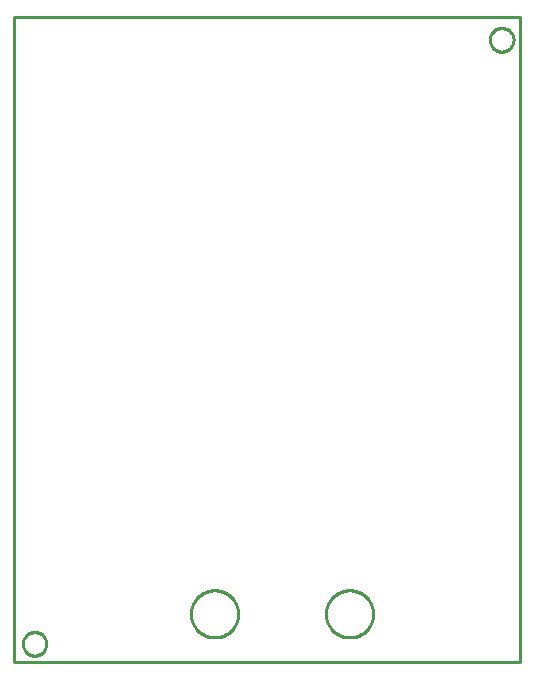
<source format=gbr>
G04 EAGLE Gerber RS-274X export*
G75*
%MOMM*%
%FSLAX34Y34*%
%LPD*%
%IN*%
%IPPOS*%
%AMOC8*
5,1,8,0,0,1.08239X$1,22.5*%
G01*
%ADD10C,0.254000*%


D10*
X165100Y101600D02*
X593600Y101600D01*
X593600Y647600D01*
X165100Y647600D01*
X165100Y101600D01*
X587850Y628213D02*
X587774Y627344D01*
X587622Y626484D01*
X587396Y625640D01*
X587098Y624820D01*
X586729Y624028D01*
X586292Y623272D01*
X585791Y622557D01*
X585230Y621888D01*
X584612Y621270D01*
X583943Y620709D01*
X583228Y620208D01*
X582472Y619771D01*
X581680Y619402D01*
X580860Y619104D01*
X580016Y618878D01*
X579157Y618726D01*
X578287Y618650D01*
X577413Y618650D01*
X576544Y618726D01*
X575684Y618878D01*
X574840Y619104D01*
X574020Y619402D01*
X573228Y619771D01*
X572472Y620208D01*
X571757Y620709D01*
X571088Y621270D01*
X570470Y621888D01*
X569909Y622557D01*
X569408Y623272D01*
X568971Y624028D01*
X568602Y624820D01*
X568304Y625640D01*
X568078Y626484D01*
X567926Y627344D01*
X567850Y628213D01*
X567850Y629087D01*
X567926Y629957D01*
X568078Y630816D01*
X568304Y631660D01*
X568602Y632480D01*
X568971Y633272D01*
X569408Y634028D01*
X569909Y634743D01*
X570470Y635412D01*
X571088Y636030D01*
X571757Y636591D01*
X572472Y637092D01*
X573228Y637529D01*
X574020Y637898D01*
X574840Y638196D01*
X575684Y638422D01*
X576544Y638574D01*
X577413Y638650D01*
X578287Y638650D01*
X579157Y638574D01*
X580016Y638422D01*
X580860Y638196D01*
X581680Y637898D01*
X582472Y637529D01*
X583228Y637092D01*
X583943Y636591D01*
X584612Y636030D01*
X585230Y635412D01*
X585791Y634743D01*
X586292Y634028D01*
X586729Y633272D01*
X587098Y632480D01*
X587396Y631660D01*
X587622Y630816D01*
X587774Y629957D01*
X587850Y629087D01*
X587850Y628213D01*
X192316Y116767D02*
X192240Y115897D01*
X192088Y115037D01*
X191862Y114193D01*
X191564Y113373D01*
X191195Y112581D01*
X190758Y111825D01*
X190257Y111110D01*
X189696Y110441D01*
X189078Y109823D01*
X188410Y109262D01*
X187694Y108761D01*
X186938Y108325D01*
X186147Y107956D01*
X185326Y107657D01*
X184483Y107431D01*
X183623Y107279D01*
X182753Y107203D01*
X181880Y107203D01*
X181010Y107279D01*
X180150Y107431D01*
X179306Y107657D01*
X178486Y107956D01*
X177694Y108325D01*
X176938Y108761D01*
X176223Y109262D01*
X175554Y109823D01*
X174936Y110441D01*
X174375Y111110D01*
X173874Y111825D01*
X173438Y112581D01*
X173069Y113373D01*
X172770Y114193D01*
X172544Y115037D01*
X172392Y115897D01*
X172316Y116767D01*
X172316Y117640D01*
X172392Y118510D01*
X172544Y119370D01*
X172770Y120213D01*
X173069Y121034D01*
X173438Y121825D01*
X173874Y122581D01*
X174375Y123297D01*
X174936Y123966D01*
X175554Y124583D01*
X176223Y125144D01*
X176938Y125645D01*
X177694Y126082D01*
X178486Y126451D01*
X179306Y126749D01*
X180150Y126975D01*
X181010Y127127D01*
X181880Y127203D01*
X182753Y127203D01*
X183623Y127127D01*
X184483Y126975D01*
X185326Y126749D01*
X186147Y126451D01*
X186938Y126082D01*
X187694Y125645D01*
X188410Y125144D01*
X189078Y124583D01*
X189696Y123966D01*
X190257Y123297D01*
X190758Y122581D01*
X191195Y121825D01*
X191564Y121034D01*
X191862Y120213D01*
X192088Y119370D01*
X192240Y118510D01*
X192316Y117640D01*
X192316Y116767D01*
X354716Y141999D02*
X354643Y140792D01*
X354497Y139593D01*
X354280Y138404D01*
X353990Y137230D01*
X353631Y136076D01*
X353202Y134946D01*
X352706Y133844D01*
X352144Y132774D01*
X351519Y131739D01*
X350833Y130745D01*
X350087Y129793D01*
X349286Y128888D01*
X348431Y128034D01*
X347526Y127232D01*
X346575Y126487D01*
X345580Y125800D01*
X344546Y125175D01*
X343475Y124613D01*
X342373Y124117D01*
X341243Y123689D01*
X340089Y123329D01*
X338916Y123040D01*
X337727Y122822D01*
X336527Y122676D01*
X335320Y122603D01*
X334112Y122603D01*
X332905Y122676D01*
X331705Y122822D01*
X330517Y123040D01*
X329343Y123329D01*
X328189Y123689D01*
X327059Y124117D01*
X325957Y124613D01*
X324887Y125175D01*
X323852Y125800D01*
X322857Y126487D01*
X321906Y127232D01*
X321001Y128034D01*
X320147Y128888D01*
X319345Y129793D01*
X318600Y130745D01*
X317913Y131739D01*
X317288Y132774D01*
X316726Y133844D01*
X316230Y134946D01*
X315802Y136076D01*
X315442Y137230D01*
X315153Y138404D01*
X314935Y139593D01*
X314789Y140792D01*
X314716Y141999D01*
X314716Y143208D01*
X314789Y144414D01*
X314935Y145614D01*
X315153Y146803D01*
X315442Y147976D01*
X315802Y149130D01*
X316230Y150260D01*
X316726Y151363D01*
X317288Y152433D01*
X317913Y153467D01*
X318600Y154462D01*
X319345Y155413D01*
X320147Y156318D01*
X321001Y157173D01*
X321906Y157974D01*
X322857Y158720D01*
X323852Y159406D01*
X324887Y160032D01*
X325957Y160593D01*
X327059Y161089D01*
X328189Y161518D01*
X329343Y161877D01*
X330517Y162167D01*
X331705Y162385D01*
X332905Y162530D01*
X334112Y162603D01*
X335320Y162603D01*
X336527Y162530D01*
X337727Y162385D01*
X338916Y162167D01*
X340089Y161877D01*
X341243Y161518D01*
X342373Y161089D01*
X343475Y160593D01*
X344546Y160032D01*
X345580Y159406D01*
X346575Y158720D01*
X347526Y157974D01*
X348431Y157173D01*
X349286Y156318D01*
X350087Y155413D01*
X350833Y154462D01*
X351519Y153467D01*
X352144Y152433D01*
X352706Y151363D01*
X353202Y150260D01*
X353631Y149130D01*
X353990Y147976D01*
X354280Y146803D01*
X354497Y145614D01*
X354643Y144414D01*
X354716Y143208D01*
X354716Y141999D01*
X469016Y141999D02*
X468943Y140792D01*
X468797Y139593D01*
X468580Y138404D01*
X468290Y137230D01*
X467931Y136076D01*
X467502Y134946D01*
X467006Y133844D01*
X466444Y132774D01*
X465819Y131739D01*
X465133Y130745D01*
X464387Y129793D01*
X463586Y128888D01*
X462731Y128034D01*
X461826Y127232D01*
X460875Y126487D01*
X459880Y125800D01*
X458846Y125175D01*
X457775Y124613D01*
X456673Y124117D01*
X455543Y123689D01*
X454389Y123329D01*
X453216Y123040D01*
X452027Y122822D01*
X450827Y122676D01*
X449620Y122603D01*
X448412Y122603D01*
X447205Y122676D01*
X446005Y122822D01*
X444817Y123040D01*
X443643Y123329D01*
X442489Y123689D01*
X441359Y124117D01*
X440257Y124613D01*
X439187Y125175D01*
X438152Y125800D01*
X437157Y126487D01*
X436206Y127232D01*
X435301Y128034D01*
X434447Y128888D01*
X433645Y129793D01*
X432900Y130745D01*
X432213Y131739D01*
X431588Y132774D01*
X431026Y133844D01*
X430530Y134946D01*
X430102Y136076D01*
X429742Y137230D01*
X429453Y138404D01*
X429235Y139593D01*
X429089Y140792D01*
X429016Y141999D01*
X429016Y143208D01*
X429089Y144414D01*
X429235Y145614D01*
X429453Y146803D01*
X429742Y147976D01*
X430102Y149130D01*
X430530Y150260D01*
X431026Y151363D01*
X431588Y152433D01*
X432213Y153467D01*
X432900Y154462D01*
X433645Y155413D01*
X434447Y156318D01*
X435301Y157173D01*
X436206Y157974D01*
X437157Y158720D01*
X438152Y159406D01*
X439187Y160032D01*
X440257Y160593D01*
X441359Y161089D01*
X442489Y161518D01*
X443643Y161877D01*
X444817Y162167D01*
X446005Y162385D01*
X447205Y162530D01*
X448412Y162603D01*
X449620Y162603D01*
X450827Y162530D01*
X452027Y162385D01*
X453216Y162167D01*
X454389Y161877D01*
X455543Y161518D01*
X456673Y161089D01*
X457775Y160593D01*
X458846Y160032D01*
X459880Y159406D01*
X460875Y158720D01*
X461826Y157974D01*
X462731Y157173D01*
X463586Y156318D01*
X464387Y155413D01*
X465133Y154462D01*
X465819Y153467D01*
X466444Y152433D01*
X467006Y151363D01*
X467502Y150260D01*
X467931Y149130D01*
X468290Y147976D01*
X468580Y146803D01*
X468797Y145614D01*
X468943Y144414D01*
X469016Y143208D01*
X469016Y141999D01*
M02*

</source>
